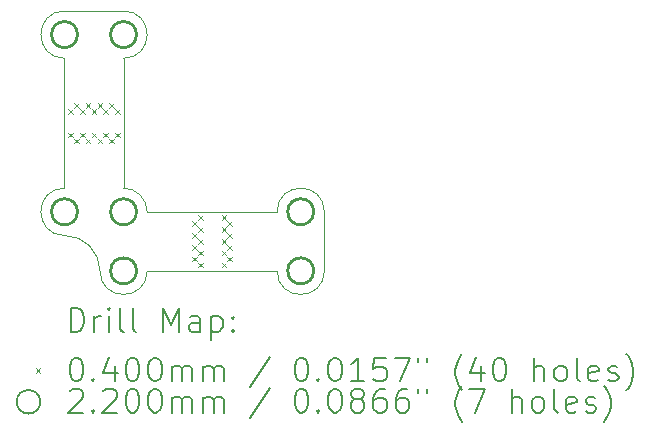
<source format=gbr>
%FSLAX45Y45*%
G04 Gerber Fmt 4.5, Leading zero omitted, Abs format (unit mm)*
G04 Created by KiCad (PCBNEW 6.0.1-79c1e3a40b~116~ubuntu20.04.1) date 2022-01-29 12:22:15*
%MOMM*%
%LPD*%
G01*
G04 APERTURE LIST*
%TA.AperFunction,Profile*%
%ADD10C,0.100000*%
%TD*%
%ADD11C,0.200000*%
%ADD12C,0.040000*%
%ADD13C,0.220000*%
G04 APERTURE END LIST*
D10*
X13500000Y-9800000D02*
G75*
G03*
X13500000Y-10200000I0J-200000D01*
G01*
X14200000Y-10000000D02*
X15300000Y-10000000D01*
X13800000Y-10500000D02*
G75*
G03*
X14200000Y-10500000I200000J0D01*
G01*
X14200000Y-10500000D02*
X15300000Y-10500000D01*
X15700000Y-10000000D02*
G75*
G03*
X15300000Y-10000000I-200000J0D01*
G01*
X14200000Y-10000000D02*
G75*
G03*
X14000000Y-9800000I-200000J0D01*
G01*
X13500000Y-8300000D02*
G75*
G03*
X13500000Y-8700000I0J-200000D01*
G01*
X15700000Y-10000000D02*
X15700000Y-10500000D01*
X13800000Y-10500000D02*
G75*
G03*
X13500000Y-10200000I-300000J0D01*
G01*
X13500000Y-8300000D02*
X14000000Y-8300000D01*
X13500000Y-8700000D02*
X13500000Y-9800000D01*
X15300000Y-10500000D02*
G75*
G03*
X15700000Y-10500000I200000J0D01*
G01*
X14000000Y-8700000D02*
X14000000Y-9800000D01*
X14000000Y-8700000D02*
G75*
G03*
X14000000Y-8300000I0J200000D01*
G01*
D11*
D12*
X13530000Y-9130000D02*
X13570000Y-9170000D01*
X13570000Y-9130000D02*
X13530000Y-9170000D01*
X13530000Y-9330000D02*
X13570000Y-9370000D01*
X13570000Y-9330000D02*
X13530000Y-9370000D01*
X13580000Y-9080000D02*
X13620000Y-9120000D01*
X13620000Y-9080000D02*
X13580000Y-9120000D01*
X13580000Y-9380000D02*
X13620000Y-9420000D01*
X13620000Y-9380000D02*
X13580000Y-9420000D01*
X13630000Y-9130000D02*
X13670000Y-9170000D01*
X13670000Y-9130000D02*
X13630000Y-9170000D01*
X13630000Y-9330000D02*
X13670000Y-9370000D01*
X13670000Y-9330000D02*
X13630000Y-9370000D01*
X13680000Y-9080000D02*
X13720000Y-9120000D01*
X13720000Y-9080000D02*
X13680000Y-9120000D01*
X13680000Y-9380000D02*
X13720000Y-9420000D01*
X13720000Y-9380000D02*
X13680000Y-9420000D01*
X13730000Y-9130000D02*
X13770000Y-9170000D01*
X13770000Y-9130000D02*
X13730000Y-9170000D01*
X13730000Y-9130000D02*
X13770000Y-9170000D01*
X13770000Y-9130000D02*
X13730000Y-9170000D01*
X13730000Y-9330000D02*
X13770000Y-9370000D01*
X13770000Y-9330000D02*
X13730000Y-9370000D01*
X13730000Y-9330000D02*
X13770000Y-9370000D01*
X13770000Y-9330000D02*
X13730000Y-9370000D01*
X13780000Y-9080000D02*
X13820000Y-9120000D01*
X13820000Y-9080000D02*
X13780000Y-9120000D01*
X13780000Y-9380000D02*
X13820000Y-9420000D01*
X13820000Y-9380000D02*
X13780000Y-9420000D01*
X13830000Y-9130000D02*
X13870000Y-9170000D01*
X13870000Y-9130000D02*
X13830000Y-9170000D01*
X13830000Y-9330000D02*
X13870000Y-9370000D01*
X13870000Y-9330000D02*
X13830000Y-9370000D01*
X13880000Y-9080000D02*
X13920000Y-9120000D01*
X13920000Y-9080000D02*
X13880000Y-9120000D01*
X13880000Y-9380000D02*
X13920000Y-9420000D01*
X13920000Y-9380000D02*
X13880000Y-9420000D01*
X13930000Y-9130000D02*
X13970000Y-9170000D01*
X13970000Y-9130000D02*
X13930000Y-9170000D01*
X13930000Y-9330000D02*
X13970000Y-9370000D01*
X13970000Y-9330000D02*
X13930000Y-9370000D01*
X14580000Y-10080000D02*
X14620000Y-10120000D01*
X14620000Y-10080000D02*
X14580000Y-10120000D01*
X14580000Y-10180000D02*
X14620000Y-10220000D01*
X14620000Y-10180000D02*
X14580000Y-10220000D01*
X14580000Y-10280000D02*
X14620000Y-10320000D01*
X14620000Y-10280000D02*
X14580000Y-10320000D01*
X14580000Y-10380000D02*
X14620000Y-10420000D01*
X14620000Y-10380000D02*
X14580000Y-10420000D01*
X14630000Y-10030000D02*
X14670000Y-10070000D01*
X14670000Y-10030000D02*
X14630000Y-10070000D01*
X14630000Y-10130000D02*
X14670000Y-10170000D01*
X14670000Y-10130000D02*
X14630000Y-10170000D01*
X14630000Y-10230000D02*
X14670000Y-10270000D01*
X14670000Y-10230000D02*
X14630000Y-10270000D01*
X14630000Y-10230000D02*
X14670000Y-10270000D01*
X14670000Y-10230000D02*
X14630000Y-10270000D01*
X14630000Y-10330000D02*
X14670000Y-10370000D01*
X14670000Y-10330000D02*
X14630000Y-10370000D01*
X14630000Y-10430000D02*
X14670000Y-10470000D01*
X14670000Y-10430000D02*
X14630000Y-10470000D01*
X14830000Y-10030000D02*
X14870000Y-10070000D01*
X14870000Y-10030000D02*
X14830000Y-10070000D01*
X14830000Y-10130000D02*
X14870000Y-10170000D01*
X14870000Y-10130000D02*
X14830000Y-10170000D01*
X14830000Y-10230000D02*
X14870000Y-10270000D01*
X14870000Y-10230000D02*
X14830000Y-10270000D01*
X14830000Y-10230000D02*
X14870000Y-10270000D01*
X14870000Y-10230000D02*
X14830000Y-10270000D01*
X14830000Y-10330000D02*
X14870000Y-10370000D01*
X14870000Y-10330000D02*
X14830000Y-10370000D01*
X14830000Y-10430000D02*
X14870000Y-10470000D01*
X14870000Y-10430000D02*
X14830000Y-10470000D01*
X14880000Y-10080000D02*
X14920000Y-10120000D01*
X14920000Y-10080000D02*
X14880000Y-10120000D01*
X14880000Y-10180000D02*
X14920000Y-10220000D01*
X14920000Y-10180000D02*
X14880000Y-10220000D01*
X14880000Y-10280000D02*
X14920000Y-10320000D01*
X14920000Y-10280000D02*
X14880000Y-10320000D01*
X14880000Y-10380000D02*
X14920000Y-10420000D01*
X14920000Y-10380000D02*
X14880000Y-10420000D01*
D13*
X13610000Y-8500000D02*
G75*
G03*
X13610000Y-8500000I-110000J0D01*
G01*
X13610000Y-10000000D02*
G75*
G03*
X13610000Y-10000000I-110000J0D01*
G01*
X14110000Y-8500000D02*
G75*
G03*
X14110000Y-8500000I-110000J0D01*
G01*
X14110000Y-10000000D02*
G75*
G03*
X14110000Y-10000000I-110000J0D01*
G01*
X14110000Y-10500000D02*
G75*
G03*
X14110000Y-10500000I-110000J0D01*
G01*
X15610000Y-10000000D02*
G75*
G03*
X15610000Y-10000000I-110000J0D01*
G01*
X15610000Y-10500000D02*
G75*
G03*
X15610000Y-10500000I-110000J0D01*
G01*
D11*
X13552619Y-11015476D02*
X13552619Y-10815476D01*
X13600238Y-10815476D01*
X13628809Y-10825000D01*
X13647857Y-10844048D01*
X13657381Y-10863095D01*
X13666905Y-10901190D01*
X13666905Y-10929762D01*
X13657381Y-10967857D01*
X13647857Y-10986905D01*
X13628809Y-11005952D01*
X13600238Y-11015476D01*
X13552619Y-11015476D01*
X13752619Y-11015476D02*
X13752619Y-10882143D01*
X13752619Y-10920238D02*
X13762143Y-10901190D01*
X13771667Y-10891667D01*
X13790714Y-10882143D01*
X13809762Y-10882143D01*
X13876428Y-11015476D02*
X13876428Y-10882143D01*
X13876428Y-10815476D02*
X13866905Y-10825000D01*
X13876428Y-10834524D01*
X13885952Y-10825000D01*
X13876428Y-10815476D01*
X13876428Y-10834524D01*
X14000238Y-11015476D02*
X13981190Y-11005952D01*
X13971667Y-10986905D01*
X13971667Y-10815476D01*
X14105000Y-11015476D02*
X14085952Y-11005952D01*
X14076428Y-10986905D01*
X14076428Y-10815476D01*
X14333571Y-11015476D02*
X14333571Y-10815476D01*
X14400238Y-10958333D01*
X14466905Y-10815476D01*
X14466905Y-11015476D01*
X14647857Y-11015476D02*
X14647857Y-10910714D01*
X14638333Y-10891667D01*
X14619286Y-10882143D01*
X14581190Y-10882143D01*
X14562143Y-10891667D01*
X14647857Y-11005952D02*
X14628809Y-11015476D01*
X14581190Y-11015476D01*
X14562143Y-11005952D01*
X14552619Y-10986905D01*
X14552619Y-10967857D01*
X14562143Y-10948810D01*
X14581190Y-10939286D01*
X14628809Y-10939286D01*
X14647857Y-10929762D01*
X14743095Y-10882143D02*
X14743095Y-11082143D01*
X14743095Y-10891667D02*
X14762143Y-10882143D01*
X14800238Y-10882143D01*
X14819286Y-10891667D01*
X14828809Y-10901190D01*
X14838333Y-10920238D01*
X14838333Y-10977381D01*
X14828809Y-10996429D01*
X14819286Y-11005952D01*
X14800238Y-11015476D01*
X14762143Y-11015476D01*
X14743095Y-11005952D01*
X14924048Y-10996429D02*
X14933571Y-11005952D01*
X14924048Y-11015476D01*
X14914524Y-11005952D01*
X14924048Y-10996429D01*
X14924048Y-11015476D01*
X14924048Y-10891667D02*
X14933571Y-10901190D01*
X14924048Y-10910714D01*
X14914524Y-10901190D01*
X14924048Y-10891667D01*
X14924048Y-10910714D01*
D12*
X13255000Y-11325000D02*
X13295000Y-11365000D01*
X13295000Y-11325000D02*
X13255000Y-11365000D01*
D11*
X13590714Y-11235476D02*
X13609762Y-11235476D01*
X13628809Y-11245000D01*
X13638333Y-11254524D01*
X13647857Y-11273571D01*
X13657381Y-11311667D01*
X13657381Y-11359286D01*
X13647857Y-11397381D01*
X13638333Y-11416428D01*
X13628809Y-11425952D01*
X13609762Y-11435476D01*
X13590714Y-11435476D01*
X13571667Y-11425952D01*
X13562143Y-11416428D01*
X13552619Y-11397381D01*
X13543095Y-11359286D01*
X13543095Y-11311667D01*
X13552619Y-11273571D01*
X13562143Y-11254524D01*
X13571667Y-11245000D01*
X13590714Y-11235476D01*
X13743095Y-11416428D02*
X13752619Y-11425952D01*
X13743095Y-11435476D01*
X13733571Y-11425952D01*
X13743095Y-11416428D01*
X13743095Y-11435476D01*
X13924048Y-11302143D02*
X13924048Y-11435476D01*
X13876428Y-11225952D02*
X13828809Y-11368809D01*
X13952619Y-11368809D01*
X14066905Y-11235476D02*
X14085952Y-11235476D01*
X14105000Y-11245000D01*
X14114524Y-11254524D01*
X14124048Y-11273571D01*
X14133571Y-11311667D01*
X14133571Y-11359286D01*
X14124048Y-11397381D01*
X14114524Y-11416428D01*
X14105000Y-11425952D01*
X14085952Y-11435476D01*
X14066905Y-11435476D01*
X14047857Y-11425952D01*
X14038333Y-11416428D01*
X14028809Y-11397381D01*
X14019286Y-11359286D01*
X14019286Y-11311667D01*
X14028809Y-11273571D01*
X14038333Y-11254524D01*
X14047857Y-11245000D01*
X14066905Y-11235476D01*
X14257381Y-11235476D02*
X14276428Y-11235476D01*
X14295476Y-11245000D01*
X14305000Y-11254524D01*
X14314524Y-11273571D01*
X14324048Y-11311667D01*
X14324048Y-11359286D01*
X14314524Y-11397381D01*
X14305000Y-11416428D01*
X14295476Y-11425952D01*
X14276428Y-11435476D01*
X14257381Y-11435476D01*
X14238333Y-11425952D01*
X14228809Y-11416428D01*
X14219286Y-11397381D01*
X14209762Y-11359286D01*
X14209762Y-11311667D01*
X14219286Y-11273571D01*
X14228809Y-11254524D01*
X14238333Y-11245000D01*
X14257381Y-11235476D01*
X14409762Y-11435476D02*
X14409762Y-11302143D01*
X14409762Y-11321190D02*
X14419286Y-11311667D01*
X14438333Y-11302143D01*
X14466905Y-11302143D01*
X14485952Y-11311667D01*
X14495476Y-11330714D01*
X14495476Y-11435476D01*
X14495476Y-11330714D02*
X14505000Y-11311667D01*
X14524048Y-11302143D01*
X14552619Y-11302143D01*
X14571667Y-11311667D01*
X14581190Y-11330714D01*
X14581190Y-11435476D01*
X14676428Y-11435476D02*
X14676428Y-11302143D01*
X14676428Y-11321190D02*
X14685952Y-11311667D01*
X14705000Y-11302143D01*
X14733571Y-11302143D01*
X14752619Y-11311667D01*
X14762143Y-11330714D01*
X14762143Y-11435476D01*
X14762143Y-11330714D02*
X14771667Y-11311667D01*
X14790714Y-11302143D01*
X14819286Y-11302143D01*
X14838333Y-11311667D01*
X14847857Y-11330714D01*
X14847857Y-11435476D01*
X15238333Y-11225952D02*
X15066905Y-11483095D01*
X15495476Y-11235476D02*
X15514524Y-11235476D01*
X15533571Y-11245000D01*
X15543095Y-11254524D01*
X15552619Y-11273571D01*
X15562143Y-11311667D01*
X15562143Y-11359286D01*
X15552619Y-11397381D01*
X15543095Y-11416428D01*
X15533571Y-11425952D01*
X15514524Y-11435476D01*
X15495476Y-11435476D01*
X15476428Y-11425952D01*
X15466905Y-11416428D01*
X15457381Y-11397381D01*
X15447857Y-11359286D01*
X15447857Y-11311667D01*
X15457381Y-11273571D01*
X15466905Y-11254524D01*
X15476428Y-11245000D01*
X15495476Y-11235476D01*
X15647857Y-11416428D02*
X15657381Y-11425952D01*
X15647857Y-11435476D01*
X15638333Y-11425952D01*
X15647857Y-11416428D01*
X15647857Y-11435476D01*
X15781190Y-11235476D02*
X15800238Y-11235476D01*
X15819286Y-11245000D01*
X15828809Y-11254524D01*
X15838333Y-11273571D01*
X15847857Y-11311667D01*
X15847857Y-11359286D01*
X15838333Y-11397381D01*
X15828809Y-11416428D01*
X15819286Y-11425952D01*
X15800238Y-11435476D01*
X15781190Y-11435476D01*
X15762143Y-11425952D01*
X15752619Y-11416428D01*
X15743095Y-11397381D01*
X15733571Y-11359286D01*
X15733571Y-11311667D01*
X15743095Y-11273571D01*
X15752619Y-11254524D01*
X15762143Y-11245000D01*
X15781190Y-11235476D01*
X16038333Y-11435476D02*
X15924048Y-11435476D01*
X15981190Y-11435476D02*
X15981190Y-11235476D01*
X15962143Y-11264048D01*
X15943095Y-11283095D01*
X15924048Y-11292619D01*
X16219286Y-11235476D02*
X16124048Y-11235476D01*
X16114524Y-11330714D01*
X16124048Y-11321190D01*
X16143095Y-11311667D01*
X16190714Y-11311667D01*
X16209762Y-11321190D01*
X16219286Y-11330714D01*
X16228809Y-11349762D01*
X16228809Y-11397381D01*
X16219286Y-11416428D01*
X16209762Y-11425952D01*
X16190714Y-11435476D01*
X16143095Y-11435476D01*
X16124048Y-11425952D01*
X16114524Y-11416428D01*
X16295476Y-11235476D02*
X16428809Y-11235476D01*
X16343095Y-11435476D01*
X16495476Y-11235476D02*
X16495476Y-11273571D01*
X16571667Y-11235476D02*
X16571667Y-11273571D01*
X16866905Y-11511667D02*
X16857381Y-11502143D01*
X16838333Y-11473571D01*
X16828810Y-11454524D01*
X16819286Y-11425952D01*
X16809762Y-11378333D01*
X16809762Y-11340238D01*
X16819286Y-11292619D01*
X16828810Y-11264048D01*
X16838333Y-11245000D01*
X16857381Y-11216428D01*
X16866905Y-11206905D01*
X17028810Y-11302143D02*
X17028810Y-11435476D01*
X16981190Y-11225952D02*
X16933571Y-11368809D01*
X17057381Y-11368809D01*
X17171667Y-11235476D02*
X17190714Y-11235476D01*
X17209762Y-11245000D01*
X17219286Y-11254524D01*
X17228810Y-11273571D01*
X17238333Y-11311667D01*
X17238333Y-11359286D01*
X17228810Y-11397381D01*
X17219286Y-11416428D01*
X17209762Y-11425952D01*
X17190714Y-11435476D01*
X17171667Y-11435476D01*
X17152619Y-11425952D01*
X17143095Y-11416428D01*
X17133571Y-11397381D01*
X17124048Y-11359286D01*
X17124048Y-11311667D01*
X17133571Y-11273571D01*
X17143095Y-11254524D01*
X17152619Y-11245000D01*
X17171667Y-11235476D01*
X17476429Y-11435476D02*
X17476429Y-11235476D01*
X17562143Y-11435476D02*
X17562143Y-11330714D01*
X17552619Y-11311667D01*
X17533571Y-11302143D01*
X17505000Y-11302143D01*
X17485952Y-11311667D01*
X17476429Y-11321190D01*
X17685952Y-11435476D02*
X17666905Y-11425952D01*
X17657381Y-11416428D01*
X17647857Y-11397381D01*
X17647857Y-11340238D01*
X17657381Y-11321190D01*
X17666905Y-11311667D01*
X17685952Y-11302143D01*
X17714524Y-11302143D01*
X17733571Y-11311667D01*
X17743095Y-11321190D01*
X17752619Y-11340238D01*
X17752619Y-11397381D01*
X17743095Y-11416428D01*
X17733571Y-11425952D01*
X17714524Y-11435476D01*
X17685952Y-11435476D01*
X17866905Y-11435476D02*
X17847857Y-11425952D01*
X17838333Y-11406905D01*
X17838333Y-11235476D01*
X18019286Y-11425952D02*
X18000238Y-11435476D01*
X17962143Y-11435476D01*
X17943095Y-11425952D01*
X17933571Y-11406905D01*
X17933571Y-11330714D01*
X17943095Y-11311667D01*
X17962143Y-11302143D01*
X18000238Y-11302143D01*
X18019286Y-11311667D01*
X18028810Y-11330714D01*
X18028810Y-11349762D01*
X17933571Y-11368809D01*
X18105000Y-11425952D02*
X18124048Y-11435476D01*
X18162143Y-11435476D01*
X18181190Y-11425952D01*
X18190714Y-11406905D01*
X18190714Y-11397381D01*
X18181190Y-11378333D01*
X18162143Y-11368809D01*
X18133571Y-11368809D01*
X18114524Y-11359286D01*
X18105000Y-11340238D01*
X18105000Y-11330714D01*
X18114524Y-11311667D01*
X18133571Y-11302143D01*
X18162143Y-11302143D01*
X18181190Y-11311667D01*
X18257381Y-11511667D02*
X18266905Y-11502143D01*
X18285952Y-11473571D01*
X18295476Y-11454524D01*
X18305000Y-11425952D01*
X18314524Y-11378333D01*
X18314524Y-11340238D01*
X18305000Y-11292619D01*
X18295476Y-11264048D01*
X18285952Y-11245000D01*
X18266905Y-11216428D01*
X18257381Y-11206905D01*
X13295000Y-11609000D02*
G75*
G03*
X13295000Y-11609000I-100000J0D01*
G01*
X13543095Y-11518524D02*
X13552619Y-11509000D01*
X13571667Y-11499476D01*
X13619286Y-11499476D01*
X13638333Y-11509000D01*
X13647857Y-11518524D01*
X13657381Y-11537571D01*
X13657381Y-11556619D01*
X13647857Y-11585190D01*
X13533571Y-11699476D01*
X13657381Y-11699476D01*
X13743095Y-11680428D02*
X13752619Y-11689952D01*
X13743095Y-11699476D01*
X13733571Y-11689952D01*
X13743095Y-11680428D01*
X13743095Y-11699476D01*
X13828809Y-11518524D02*
X13838333Y-11509000D01*
X13857381Y-11499476D01*
X13905000Y-11499476D01*
X13924048Y-11509000D01*
X13933571Y-11518524D01*
X13943095Y-11537571D01*
X13943095Y-11556619D01*
X13933571Y-11585190D01*
X13819286Y-11699476D01*
X13943095Y-11699476D01*
X14066905Y-11499476D02*
X14085952Y-11499476D01*
X14105000Y-11509000D01*
X14114524Y-11518524D01*
X14124048Y-11537571D01*
X14133571Y-11575667D01*
X14133571Y-11623286D01*
X14124048Y-11661381D01*
X14114524Y-11680428D01*
X14105000Y-11689952D01*
X14085952Y-11699476D01*
X14066905Y-11699476D01*
X14047857Y-11689952D01*
X14038333Y-11680428D01*
X14028809Y-11661381D01*
X14019286Y-11623286D01*
X14019286Y-11575667D01*
X14028809Y-11537571D01*
X14038333Y-11518524D01*
X14047857Y-11509000D01*
X14066905Y-11499476D01*
X14257381Y-11499476D02*
X14276428Y-11499476D01*
X14295476Y-11509000D01*
X14305000Y-11518524D01*
X14314524Y-11537571D01*
X14324048Y-11575667D01*
X14324048Y-11623286D01*
X14314524Y-11661381D01*
X14305000Y-11680428D01*
X14295476Y-11689952D01*
X14276428Y-11699476D01*
X14257381Y-11699476D01*
X14238333Y-11689952D01*
X14228809Y-11680428D01*
X14219286Y-11661381D01*
X14209762Y-11623286D01*
X14209762Y-11575667D01*
X14219286Y-11537571D01*
X14228809Y-11518524D01*
X14238333Y-11509000D01*
X14257381Y-11499476D01*
X14409762Y-11699476D02*
X14409762Y-11566143D01*
X14409762Y-11585190D02*
X14419286Y-11575667D01*
X14438333Y-11566143D01*
X14466905Y-11566143D01*
X14485952Y-11575667D01*
X14495476Y-11594714D01*
X14495476Y-11699476D01*
X14495476Y-11594714D02*
X14505000Y-11575667D01*
X14524048Y-11566143D01*
X14552619Y-11566143D01*
X14571667Y-11575667D01*
X14581190Y-11594714D01*
X14581190Y-11699476D01*
X14676428Y-11699476D02*
X14676428Y-11566143D01*
X14676428Y-11585190D02*
X14685952Y-11575667D01*
X14705000Y-11566143D01*
X14733571Y-11566143D01*
X14752619Y-11575667D01*
X14762143Y-11594714D01*
X14762143Y-11699476D01*
X14762143Y-11594714D02*
X14771667Y-11575667D01*
X14790714Y-11566143D01*
X14819286Y-11566143D01*
X14838333Y-11575667D01*
X14847857Y-11594714D01*
X14847857Y-11699476D01*
X15238333Y-11489952D02*
X15066905Y-11747095D01*
X15495476Y-11499476D02*
X15514524Y-11499476D01*
X15533571Y-11509000D01*
X15543095Y-11518524D01*
X15552619Y-11537571D01*
X15562143Y-11575667D01*
X15562143Y-11623286D01*
X15552619Y-11661381D01*
X15543095Y-11680428D01*
X15533571Y-11689952D01*
X15514524Y-11699476D01*
X15495476Y-11699476D01*
X15476428Y-11689952D01*
X15466905Y-11680428D01*
X15457381Y-11661381D01*
X15447857Y-11623286D01*
X15447857Y-11575667D01*
X15457381Y-11537571D01*
X15466905Y-11518524D01*
X15476428Y-11509000D01*
X15495476Y-11499476D01*
X15647857Y-11680428D02*
X15657381Y-11689952D01*
X15647857Y-11699476D01*
X15638333Y-11689952D01*
X15647857Y-11680428D01*
X15647857Y-11699476D01*
X15781190Y-11499476D02*
X15800238Y-11499476D01*
X15819286Y-11509000D01*
X15828809Y-11518524D01*
X15838333Y-11537571D01*
X15847857Y-11575667D01*
X15847857Y-11623286D01*
X15838333Y-11661381D01*
X15828809Y-11680428D01*
X15819286Y-11689952D01*
X15800238Y-11699476D01*
X15781190Y-11699476D01*
X15762143Y-11689952D01*
X15752619Y-11680428D01*
X15743095Y-11661381D01*
X15733571Y-11623286D01*
X15733571Y-11575667D01*
X15743095Y-11537571D01*
X15752619Y-11518524D01*
X15762143Y-11509000D01*
X15781190Y-11499476D01*
X15962143Y-11585190D02*
X15943095Y-11575667D01*
X15933571Y-11566143D01*
X15924048Y-11547095D01*
X15924048Y-11537571D01*
X15933571Y-11518524D01*
X15943095Y-11509000D01*
X15962143Y-11499476D01*
X16000238Y-11499476D01*
X16019286Y-11509000D01*
X16028809Y-11518524D01*
X16038333Y-11537571D01*
X16038333Y-11547095D01*
X16028809Y-11566143D01*
X16019286Y-11575667D01*
X16000238Y-11585190D01*
X15962143Y-11585190D01*
X15943095Y-11594714D01*
X15933571Y-11604238D01*
X15924048Y-11623286D01*
X15924048Y-11661381D01*
X15933571Y-11680428D01*
X15943095Y-11689952D01*
X15962143Y-11699476D01*
X16000238Y-11699476D01*
X16019286Y-11689952D01*
X16028809Y-11680428D01*
X16038333Y-11661381D01*
X16038333Y-11623286D01*
X16028809Y-11604238D01*
X16019286Y-11594714D01*
X16000238Y-11585190D01*
X16209762Y-11499476D02*
X16171667Y-11499476D01*
X16152619Y-11509000D01*
X16143095Y-11518524D01*
X16124048Y-11547095D01*
X16114524Y-11585190D01*
X16114524Y-11661381D01*
X16124048Y-11680428D01*
X16133571Y-11689952D01*
X16152619Y-11699476D01*
X16190714Y-11699476D01*
X16209762Y-11689952D01*
X16219286Y-11680428D01*
X16228809Y-11661381D01*
X16228809Y-11613762D01*
X16219286Y-11594714D01*
X16209762Y-11585190D01*
X16190714Y-11575667D01*
X16152619Y-11575667D01*
X16133571Y-11585190D01*
X16124048Y-11594714D01*
X16114524Y-11613762D01*
X16400238Y-11499476D02*
X16362143Y-11499476D01*
X16343095Y-11509000D01*
X16333571Y-11518524D01*
X16314524Y-11547095D01*
X16305000Y-11585190D01*
X16305000Y-11661381D01*
X16314524Y-11680428D01*
X16324048Y-11689952D01*
X16343095Y-11699476D01*
X16381190Y-11699476D01*
X16400238Y-11689952D01*
X16409762Y-11680428D01*
X16419286Y-11661381D01*
X16419286Y-11613762D01*
X16409762Y-11594714D01*
X16400238Y-11585190D01*
X16381190Y-11575667D01*
X16343095Y-11575667D01*
X16324048Y-11585190D01*
X16314524Y-11594714D01*
X16305000Y-11613762D01*
X16495476Y-11499476D02*
X16495476Y-11537571D01*
X16571667Y-11499476D02*
X16571667Y-11537571D01*
X16866905Y-11775667D02*
X16857381Y-11766143D01*
X16838333Y-11737571D01*
X16828810Y-11718524D01*
X16819286Y-11689952D01*
X16809762Y-11642333D01*
X16809762Y-11604238D01*
X16819286Y-11556619D01*
X16828810Y-11528048D01*
X16838333Y-11509000D01*
X16857381Y-11480428D01*
X16866905Y-11470905D01*
X16924048Y-11499476D02*
X17057381Y-11499476D01*
X16971667Y-11699476D01*
X17285952Y-11699476D02*
X17285952Y-11499476D01*
X17371667Y-11699476D02*
X17371667Y-11594714D01*
X17362143Y-11575667D01*
X17343095Y-11566143D01*
X17314524Y-11566143D01*
X17295476Y-11575667D01*
X17285952Y-11585190D01*
X17495476Y-11699476D02*
X17476429Y-11689952D01*
X17466905Y-11680428D01*
X17457381Y-11661381D01*
X17457381Y-11604238D01*
X17466905Y-11585190D01*
X17476429Y-11575667D01*
X17495476Y-11566143D01*
X17524048Y-11566143D01*
X17543095Y-11575667D01*
X17552619Y-11585190D01*
X17562143Y-11604238D01*
X17562143Y-11661381D01*
X17552619Y-11680428D01*
X17543095Y-11689952D01*
X17524048Y-11699476D01*
X17495476Y-11699476D01*
X17676429Y-11699476D02*
X17657381Y-11689952D01*
X17647857Y-11670905D01*
X17647857Y-11499476D01*
X17828810Y-11689952D02*
X17809762Y-11699476D01*
X17771667Y-11699476D01*
X17752619Y-11689952D01*
X17743095Y-11670905D01*
X17743095Y-11594714D01*
X17752619Y-11575667D01*
X17771667Y-11566143D01*
X17809762Y-11566143D01*
X17828810Y-11575667D01*
X17838333Y-11594714D01*
X17838333Y-11613762D01*
X17743095Y-11632809D01*
X17914524Y-11689952D02*
X17933571Y-11699476D01*
X17971667Y-11699476D01*
X17990714Y-11689952D01*
X18000238Y-11670905D01*
X18000238Y-11661381D01*
X17990714Y-11642333D01*
X17971667Y-11632809D01*
X17943095Y-11632809D01*
X17924048Y-11623286D01*
X17914524Y-11604238D01*
X17914524Y-11594714D01*
X17924048Y-11575667D01*
X17943095Y-11566143D01*
X17971667Y-11566143D01*
X17990714Y-11575667D01*
X18066905Y-11775667D02*
X18076429Y-11766143D01*
X18095476Y-11737571D01*
X18105000Y-11718524D01*
X18114524Y-11689952D01*
X18124048Y-11642333D01*
X18124048Y-11604238D01*
X18114524Y-11556619D01*
X18105000Y-11528048D01*
X18095476Y-11509000D01*
X18076429Y-11480428D01*
X18066905Y-11470905D01*
M02*

</source>
